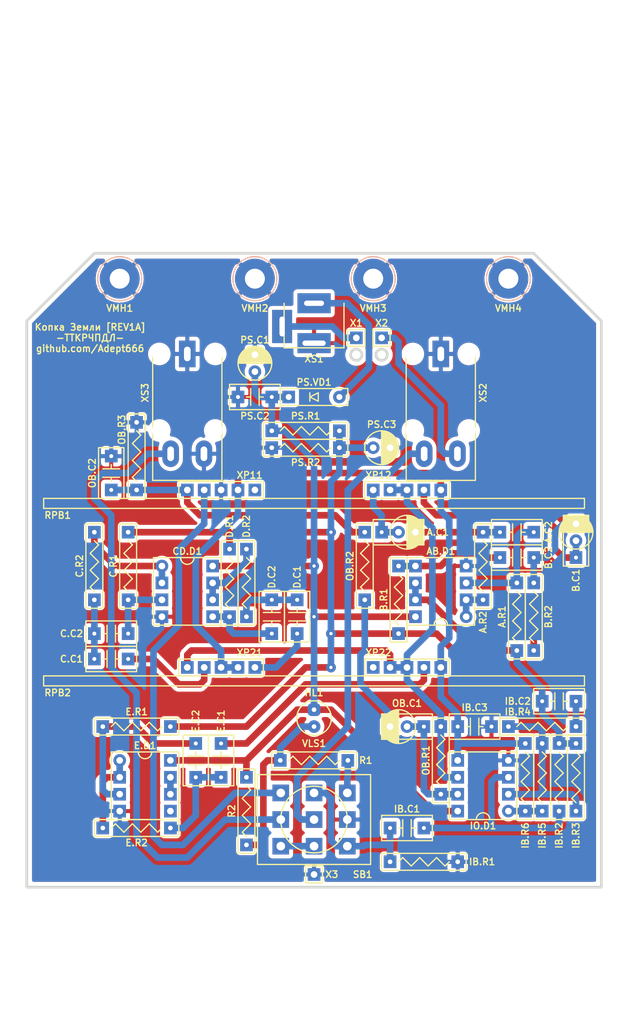
<source format=kicad_pcb>
(kicad_pcb (version 20171130) (host pcbnew 5.1.6-c6e7f7d~87~ubuntu19.10.1)
  (title_block (title "Копка Земли (Standard-Tuned)") (date 2022-01-15) (rev 1A) (company "Igor Ivanov") (comment 1 https://github.com/Adept666) (comment 2 "This project is licensed under GNU General Public License v3.0 or later"))
  (layers (0 F.Cu jumper) (31 B.Cu signal) (37 F.SilkS user) (38 B.Mask user) (39 F.Mask user) (44 Edge.Cuts user))
  (net 0 "")
  (net 1 COM)
  (net 2 "Net-(HL1-PadC)")
  (net 3 /LED)
  (net 4 /PP3-POS)
  (net 5 /PP3-NEG)
  (net 6 VREF)
  (net 7 "Net-(A.C2-Pad2)")
  (net 8 "Net-(IB.C1-Pad2)")
  (net 9 "Net-(IB.C2-Pad2)")
  (net 10 /CUT-RAIL)
  (net 11 "Net-(IB.R3-Pad2)")
  (net 12 "Net-(IB.R5-Pad2)")
  (net 13 /BOOST-RAIL)
  (net 14 "Net-(IO.D1-Pad7)")
  (net 15 "Net-(OB.C2-Pad1)")
  (net 16 "Net-(C.C1-Pad1)")
  (net 17 "Net-(C.C1-Pad2)")
  (net 18 "Net-(C.C2-Pad2)")
  (net 19 "Net-(D.C1-Pad1)")
  (net 20 "Net-(D.C1-Pad2)")
  (net 21 "Net-(E.C1-Pad1)")
  (net 22 "Net-(E.C1-Pad2)")
  (net 23 "Net-(E.C2-Pad2)")
  (net 24 "Net-(E.D1-Pad6)")
  (net 25 "Net-(A.R2-Pad2)")
  (net 26 "Net-(AB.D1-Pad5)")
  (net 27 "Net-(AB.D1-Pad6)")
  (net 28 "Net-(C.R2-Pad2)")
  (net 29 "Net-(CD.D1-Pad5)")
  (net 30 "Net-(CD.D1-Pad6)")
  (net 31 "Net-(E.D1-Pad1)")
  (net 32 "Net-(E.D1-Pad5)")
  (net 33 V)
  (net 34 "Net-(PS.VD1-PadA)")
  (net 35 /IN-CIR)
  (net 36 /IN-CON)
  (net 37 "Net-(SB1-PadNC1)")
  (net 38 /OUT-CIR)
  (net 39 /OUT-CON)
  (net 40 "Net-(A.C1-Pad+)")
  (net 41 "Net-(A.C1-Pad-)")
  (net 42 "Net-(B.C1-Pad+)")
  (net 43 "Net-(B.C1-Pad-)")
  (net 44 "Net-(OB.C1-Pad-)")
  (module SBKCL-TH-ML:RPB-1590BB-18-3x17-1.5-PNL-7.4-2.8 (layer F.Cu) (at 105.41 143.71)
    (fp_text reference RPB2 (at -40.64 15.04) (layer F.SilkS) (effects (font (thickness 0.2)) (justify left)))
    (fp_text value B50K-B50K-B50K)
    (fp_text user XP22 (at 7.62 9.0075) (layer F.SilkS) (effects (font (thickness 0.2)) (justify left)))
    (fp_text user XP21 (at -7.62 9.0075) (layer F.SilkS) (effects (font (thickness 0.2)) (justify right)))
    (pad 22 thru_hole rect (at 8.89 11.23) (size 1.9 1.9) (drill 1) (layers *.Cu *.Mask) (net 19 "Net-(D.C1-Pad1)"))
    (pad 23 thru_hole rect (at 11.43 11.23) (size 1.9 1.9) (drill 1) (layers *.Cu *.Mask) (net 13 /BOOST-RAIL))
    (pad 33 thru_hole rect (at 13.97 11.23) (size 1.9 1.9) (drill 1) (layers *.Cu *.Mask) (net 13 /BOOST-RAIL))
    (pad 32 thru_hole rect (at 16.51 11.23) (size 1.9 1.9) (drill 1) (layers *.Cu *.Mask) (net 21 "Net-(E.C1-Pad1)"))
    (pad 31 thru_hole rect (at 19.05 11.23) (size 1.9 1.9) (drill 1) (layers *.Cu *.Mask) (net 10 /CUT-RAIL))
    (pad 22 thru_hole rect (at -8.89 11.23) (size 1.9 1.9) (drill 1) (layers *.Cu *.Mask) (net 19 "Net-(D.C1-Pad1)"))
    (pad 12 thru_hole rect (at -16.51 11.23) (size 1.9 1.9) (drill 1) (layers *.Cu *.Mask) (net 16 "Net-(C.C1-Pad1)"))
    (pad 11 thru_hole rect (at -13.97 11.23) (size 1.9 1.9) (drill 1) (layers *.Cu *.Mask) (net 10 /CUT-RAIL))
    (pad 13 thru_hole rect (at -19.05 11.23) (size 1.9 1.9) (drill 1) (layers *.Cu *.Mask) (net 13 /BOOST-RAIL))
    (pad 21 thru_hole rect (at -11.43 11.23) (size 1.9 1.9) (drill 1) (layers *.Cu *.Mask) (net 10 /CUT-RAIL))
  )
  (module SBKCL-TH-ML:RPB-1590BB-18-3x17-1.5-PNL-7.4-2.8 (layer F.Cu) (at 105.41 117.04)
    (fp_text reference RPB1 (at -40.64 15.04) (layer F.SilkS) (effects (font (thickness 0.2)) (justify left)))
    (fp_text value B50K-B50K-B50K)
    (fp_text user XP12 (at 7.62 9.0075) (layer F.SilkS) (effects (font (thickness 0.2)) (justify left)))
    (fp_text user XP11 (at -7.62 9.0075) (layer F.SilkS) (effects (font (thickness 0.2)) (justify right)))
    (pad 22 thru_hole rect (at 8.89 11.23) (size 1.9 1.9) (drill 1) (layers *.Cu *.Mask) (net 40 "Net-(A.C1-Pad+)"))
    (pad 23 thru_hole rect (at 11.43 11.23) (size 1.9 1.9) (drill 1) (layers *.Cu *.Mask) (net 13 /BOOST-RAIL))
    (pad 33 thru_hole rect (at 13.97 11.23) (size 1.9 1.9) (drill 1) (layers *.Cu *.Mask) (net 13 /BOOST-RAIL))
    (pad 32 thru_hole rect (at 16.51 11.23) (size 1.9 1.9) (drill 1) (layers *.Cu *.Mask) (net 42 "Net-(B.C1-Pad+)"))
    (pad 31 thru_hole rect (at 19.05 11.23) (size 1.9 1.9) (drill 1) (layers *.Cu *.Mask) (net 10 /CUT-RAIL))
    (pad 22 thru_hole rect (at -8.89 11.23) (size 1.9 1.9) (drill 1) (layers *.Cu *.Mask) (net 40 "Net-(A.C1-Pad+)"))
    (pad 12 thru_hole rect (at -16.51 11.23) (size 1.9 1.9) (drill 1) (layers *.Cu *.Mask) (net 38 /OUT-CIR))
    (pad 11 thru_hole rect (at -13.97 11.23) (size 1.9 1.9) (drill 1) (layers *.Cu *.Mask) (net 1 COM))
    (pad 13 thru_hole rect (at -19.05 11.23) (size 1.9 1.9) (drill 1) (layers *.Cu *.Mask) (net 15 "Net-(OB.C2-Pad1)"))
    (pad 21 thru_hole rect (at -11.43 11.23) (size 1.9 1.9) (drill 1) (layers *.Cu *.Mask) (net 10 /CUT-RAIL))
  )
  (module SBKCL-TH-ML:CON-ST-008X-04 (layer F.Cu) (at 124.46 100.33 180)
    (fp_text reference XS2 (at -6.35 -13.335 270) (layer F.SilkS) (effects (font (thickness 0.2))))
    (fp_text value PJ-309)
    (pad "" np_thru_hole circle (at 4.2 -7.5 180) (size 2.2 2.2) (drill 2.2) (layers *.Cu *.Mask))
    (pad "" np_thru_hole circle (at -4.2 -7.5 180) (size 2.2 2.2) (drill 2.2) (layers *.Cu *.Mask))
    (pad "" np_thru_hole circle (at 4.2 -19 180) (size 2.2 2.2) (drill 2.2) (layers *.Cu *.Mask))
    (pad R thru_hole oval (at -2.5 -22.5 180) (size 2.5 4) (drill oval 1 2.2) (layers *.Cu *.Mask) (net 5 /PP3-NEG))
    (pad T thru_hole oval (at 2.5 -22.5 180) (size 2.5 4) (drill oval 1 2.2) (layers *.Cu *.Mask) (net 36 /IN-CON))
    (pad S thru_hole rect (at 0 -7.5 180) (size 2.5 4) (drill oval 1 2.2) (layers *.Cu *.Mask) (net 1 COM))
    (pad "" np_thru_hole circle (at -4.2 -19 180) (size 2.2 2.2) (drill 2.2) (layers *.Cu *.Mask))
  )
  (module SBKCL-TH-ML:CON-ST-008X-04 (layer F.Cu) (at 86.36 100.33 180)
    (fp_text reference XS3 (at 6.35 -13.335 270) (layer F.SilkS) (effects (font (thickness 0.2))))
    (fp_text value PJ-309)
    (pad "" np_thru_hole circle (at 4.2 -7.5 180) (size 2.2 2.2) (drill 2.2) (layers *.Cu *.Mask))
    (pad "" np_thru_hole circle (at -4.2 -7.5 180) (size 2.2 2.2) (drill 2.2) (layers *.Cu *.Mask))
    (pad "" np_thru_hole circle (at 4.2 -19 180) (size 2.2 2.2) (drill 2.2) (layers *.Cu *.Mask))
    (pad R thru_hole oval (at -2.5 -22.5 180) (size 2.5 4) (drill oval 1 2.2) (layers *.Cu *.Mask) (net 1 COM))
    (pad T thru_hole oval (at 2.5 -22.5 180) (size 2.5 4) (drill oval 1 2.2) (layers *.Cu *.Mask) (net 39 /OUT-CON))
    (pad S thru_hole rect (at 0 -7.5 180) (size 2.5 4) (drill oval 1 2.2) (layers *.Cu *.Mask) (net 1 COM))
    (pad "" np_thru_hole circle (at -4.2 -19 180) (size 2.2 2.2) (drill 2.2) (layers *.Cu *.Mask))
  )
  (module KCL:VMH-STA-DA5-PNL-3.0 (layer F.Cu) (at 134.62 96.52)
    (fp_text reference VMH4 (at 0 4.445) (layer F.SilkS) (effects (font (thickness 0.2))))
    (fp_text value DI5M3x18)
    (pad 0 thru_hole circle (at 0 0) (size 6 6) (drill 3) (layers *.Cu *.Mask) (net 1 COM))
  )
  (module KCL:VMH-STA-DA5-PNL-3.0 (layer F.Cu) (at 114.3 96.52)
    (fp_text reference VMH3 (at 0 4.445) (layer F.SilkS) (effects (font (thickness 0.2))))
    (fp_text value DI5M3x18)
    (pad 0 thru_hole circle (at 0 0) (size 6 6) (drill 3) (layers *.Cu *.Mask) (net 1 COM))
  )
  (module KCL:VMH-STA-DA5-PNL-3.0 (layer F.Cu) (at 96.52 96.52)
    (fp_text reference VMH2 (at 0 4.445) (layer F.SilkS) (effects (font (thickness 0.2))))
    (fp_text value DI5M3x18)
    (pad 0 thru_hole circle (at 0 0) (size 6 6) (drill 3) (layers *.Cu *.Mask) (net 1 COM))
  )
  (module KCL:VMH-STA-DA5-PNL-3.0 (layer F.Cu) (at 76.2 96.52)
    (fp_text reference VMH1 (at 0 4.445) (layer F.SilkS) (effects (font (thickness 0.2))))
    (fp_text value DI5M3x18)
    (pad 0 thru_hole circle (at 0 0) (size 6 6) (drill 3) (layers *.Cu *.Mask) (net 1 COM))
  )
  (module KCL-TH-ML:SW-PBS-24-302SP-2.5-PNL-13.0 (layer F.Cu) (at 105.41 177.8)
    (fp_text reference SB1 (at 8.89 8.255) (layer F.SilkS) (effects (font (thickness 0.2)) (justify right)))
    (fp_text value PBS-24-302SP)
    (pad COM3 thru_hole rect (at 5 0) (size 2.5 2.5) (drill 1.3) (layers *.Cu *.Mask) (net 1 COM))
    (pad NC3 thru_hole rect (at 5 4) (size 2.5 2.5) (drill 1.3) (layers *.Cu *.Mask) (net 35 /IN-CIR))
    (pad NO3 thru_hole rect (at 5 -4) (size 2.5 2.5) (drill 1.3) (layers *.Cu *.Mask) (net 3 /LED))
    (pad COM2 thru_hole rect (at 0 0) (size 2.5 2.5) (drill 1.3) (layers *.Cu *.Mask) (net 36 /IN-CON))
    (pad NC2 thru_hole rect (at 0 4) (size 2.5 2.5) (drill 1.3) (layers *.Cu *.Mask) (net 37 "Net-(SB1-PadNC1)"))
    (pad NO2 thru_hole rect (at 0 -4) (size 2.5 2.5) (drill 1.3) (layers *.Cu *.Mask) (net 35 /IN-CIR))
    (pad NO1 thru_hole rect (at -5 -4) (size 2.5 2.5) (drill 1.3) (layers *.Cu *.Mask) (net 38 /OUT-CIR))
    (pad COM1 thru_hole rect (at -5 0) (size 2.5 2.5) (drill 1.3) (layers *.Cu *.Mask) (net 39 /OUT-CON))
    (pad NC1 thru_hole rect (at -5 4) (size 2.5 2.5) (drill 1.3) (layers *.Cu *.Mask) (net 37 "Net-(SB1-PadNC1)"))
  )
  (module SBKCL-TH-ML:C-DISK-D04.2-T03.0-P05.08-d0.5-OR-CP-RADIAL-D05.0-P02.0-CLS (layer F.Cu) (at 119.38 163.83 180)
    (fp_text reference OB.C1 (at 0 3.4925) (layer F.SilkS) (effects (font (thickness 0.2))))
    (fp_text value 105)
    (pad - thru_hole rect (at 2.54 0 180) (size 1.9 1.9) (drill 1) (layers *.Cu *.Mask) (net 44 "Net-(OB.C1-Pad-)"))
    (pad + thru_hole circle (at 0 0 180) (size 1.9 1.9) (drill 1) (layers *.Cu *.Mask) (net 14 "Net-(IO.D1-Pad7)"))
    (pad + thru_hole rect (at -2.54 0 180) (size 1.9 1.9) (drill 0.6) (layers *.Cu *.Mask) (net 14 "Net-(IO.D1-Pad7)"))
  )
  (module SBKCL-TH-ML:C-DISK-D04.2-T03.0-P05.08-d0.5-OR-CP-RADIAL-D05.0-P02.0-CLS (layer F.Cu) (at 144.78 135.89 90)
    (fp_text reference B.C1 (at -4.1275 0 90) (layer F.SilkS) (effects (font (thickness 0.2)) (justify right)))
    (fp_text value 105)
    (pad - thru_hole rect (at 2.54 0 90) (size 1.9 1.9) (drill 1) (layers *.Cu *.Mask) (net 43 "Net-(B.C1-Pad-)"))
    (pad + thru_hole circle (at 0 0 90) (size 1.9 1.9) (drill 1) (layers *.Cu *.Mask) (net 42 "Net-(B.C1-Pad+)"))
    (pad + thru_hole rect (at -2.54 0 90) (size 1.9 1.9) (drill 0.6) (layers *.Cu *.Mask) (net 42 "Net-(B.C1-Pad+)"))
  )
  (module SBKCL-TH-ML:C-DISK-D04.2-T03.0-P05.08-d0.5-OR-CP-RADIAL-D05.0-P02.0-CLS (layer F.Cu) (at 118.11 134.62)
    (fp_text reference A.C1 (at 4.1275 0) (layer F.SilkS) (effects (font (thickness 0.2)) (justify left)))
    (fp_text value 105)
    (pad + thru_hole rect (at -2.54 0) (size 1.9 1.9) (drill 0.6) (layers *.Cu *.Mask) (net 40 "Net-(A.C1-Pad+)"))
    (pad + thru_hole circle (at 0 0) (size 1.9 1.9) (drill 1) (layers *.Cu *.Mask) (net 40 "Net-(A.C1-Pad+)"))
    (pad - thru_hole rect (at 2.54 0) (size 1.9 1.9) (drill 1) (layers *.Cu *.Mask) (net 41 "Net-(A.C1-Pad-)"))
  )
  (module KCL-TH-ML:R-MFR-25 (layer F.Cu) (at 95.25 176.53 90)
    (fp_text reference R2 (at 0 -2.2225 90) (layer F.SilkS) (effects (font (thickness 0.2))))
    (fp_text value 105)
    (pad 1 thru_hole rect (at -5.08 0 90) (size 1.9 1.9) (drill 0.7) (layers *.Cu *.Mask) (net 2 "Net-(HL1-PadC)"))
    (pad 2 thru_hole rect (at 5.08 0 90) (size 1.9 1.9) (drill 0.7) (layers *.Cu *.Mask) (net 33 V))
  )
  (module KCL-TH-ML:CP-RADIAL-D05.0-P02.0-CLS (layer F.Cu) (at 115.57 121.92)
    (fp_text reference PS.C3 (at 0 -3.4925) (layer F.SilkS) (effects (font (thickness 0.2))))
    (fp_text value 476)
    (pad - thru_hole roundrect (at 1.27 0) (size 1.9 1.9) (drill 1) (layers *.Cu *.Mask) (roundrect_rratio 0.3) (net 1 COM))
    (pad + thru_hole circle (at -1.27 0) (size 1.9 1.9) (drill 1) (layers *.Cu *.Mask) (net 6 VREF))
  )
  (module KCL-TH-ML:CP-RADIAL-D05.0-P02.0-CLS (layer F.Cu) (at 96.52 109.22 90)
    (fp_text reference PS.C1 (at 3.4925 0 180) (layer F.SilkS) (effects (font (thickness 0.2))))
    (fp_text value 107)
    (pad + thru_hole circle (at -1.27 0 90) (size 1.9 1.9) (drill 1) (layers *.Cu *.Mask) (net 33 V))
    (pad - thru_hole roundrect (at 1.27 0 90) (size 1.9 1.9) (drill 1) (layers *.Cu *.Mask) (roundrect_rratio 0.3) (net 1 COM))
  )
  (module KCL-TH-ML:C-DISK-D04.2-T03.0-P05.08-d0.5 (layer F.Cu) (at 96.52 114.3 180)
    (fp_text reference PS.C2 (at 0 -2.8575) (layer F.SilkS) (effects (font (thickness 0.2))))
    (fp_text value 104)
    (pad 1 thru_hole rect (at -2.54 0 180) (size 1.9 1.9) (drill 0.6) (layers *.Cu *.Mask) (net 33 V))
    (pad 2 thru_hole rect (at 2.54 0 180) (size 1.9 1.9) (drill 0.6) (layers *.Cu *.Mask) (net 1 COM))
  )
  (module KCL-TH-ML:C-DISK-D04.2-T03.0-P05.08-d0.5 (layer F.Cu) (at 74.93 125.73 90)
    (fp_text reference OB.C2 (at 0 -2.8575 90) (layer F.SilkS) (effects (font (thickness 0.2))))
    (fp_text value 103)
    (pad 1 thru_hole rect (at -2.54 0 90) (size 1.9 1.9) (drill 0.6) (layers *.Cu *.Mask) (net 15 "Net-(OB.C2-Pad1)"))
    (pad 2 thru_hole rect (at 2.54 0 90) (size 1.9 1.9) (drill 0.6) (layers *.Cu *.Mask) (net 1 COM))
  )
  (module KCL-TH-ML:C-DISK-D04.2-T03.0-P05.08-d0.5 (layer F.Cu) (at 129.54 163.83)
    (fp_text reference IB.C3 (at 0 -2.8575) (layer F.SilkS) (effects (font (thickness 0.2))))
    (fp_text value 151)
    (pad 1 thru_hole rect (at -2.54 0) (size 1.9 1.9) (drill 0.6) (layers *.Cu *.Mask) (net 10 /CUT-RAIL))
    (pad 2 thru_hole rect (at 2.54 0) (size 1.9 1.9) (drill 0.6) (layers *.Cu *.Mask) (net 1 COM))
  )
  (module KCL-TH-ML:C-DISK-D04.2-T03.0-P05.08-d0.5 (layer F.Cu) (at 142.24 160.02)
    (fp_text reference IB.C2 (at -4.1275 0) (layer F.SilkS) (effects (font (thickness 0.2)) (justify right)))
    (fp_text value 103)
    (pad 1 thru_hole rect (at -2.54 0) (size 1.9 1.9) (drill 0.6) (layers *.Cu *.Mask) (net 6 VREF))
    (pad 2 thru_hole rect (at 2.54 0) (size 1.9 1.9) (drill 0.6) (layers *.Cu *.Mask) (net 9 "Net-(IB.C2-Pad2)"))
  )
  (module KCL-TH-ML:C-DISK-D04.2-T03.0-P05.08-d0.5 (layer F.Cu) (at 119.38 179.07)
    (fp_text reference IB.C1 (at 0 -2.8575) (layer F.SilkS) (effects (font (thickness 0.2))))
    (fp_text value 103)
    (pad 1 thru_hole rect (at -2.54 0) (size 1.9 1.9) (drill 0.6) (layers *.Cu *.Mask) (net 35 /IN-CIR))
    (pad 2 thru_hole rect (at 2.54 0) (size 1.9 1.9) (drill 0.6) (layers *.Cu *.Mask) (net 8 "Net-(IB.C1-Pad2)"))
  )
  (module KCL-TH-ML:C-DISK-D04.2-T03.0-P05.08-d0.5 (layer F.Cu) (at 87.63 168.91 90)
    (fp_text reference E.C2 (at 4.1275 0 90) (layer F.SilkS) (effects (font (thickness 0.2)) (justify left)))
    (fp_text value 681)
    (pad 1 thru_hole rect (at -2.54 0 90) (size 1.9 1.9) (drill 0.6) (layers *.Cu *.Mask) (net 22 "Net-(E.C1-Pad2)"))
    (pad 2 thru_hole rect (at 2.54 0 90) (size 1.9 1.9) (drill 0.6) (layers *.Cu *.Mask) (net 23 "Net-(E.C2-Pad2)"))
  )
  (module KCL-TH-ML:C-DISK-D04.2-T03.0-P05.08-d0.5 (layer F.Cu) (at 91.44 168.91 270)
    (fp_text reference E.C1 (at -4.1275 0 90) (layer F.SilkS) (effects (font (thickness 0.2)) (justify left)))
    (fp_text value 223)
    (pad 1 thru_hole rect (at -2.54 0 270) (size 1.9 1.9) (drill 0.6) (layers *.Cu *.Mask) (net 21 "Net-(E.C1-Pad1)"))
    (pad 2 thru_hole rect (at 2.54 0 270) (size 1.9 1.9) (drill 0.6) (layers *.Cu *.Mask) (net 22 "Net-(E.C1-Pad2)"))
  )
  (module KCL-TH-ML:C-DISK-D04.2-T03.0-P05.08-d0.5 (layer F.Cu) (at 99.06 147.32 270)
    (fp_text reference D.C2 (at -4.1275 0 90) (layer F.SilkS) (effects (font (thickness 0.2)) (justify left)))
    (fp_text value 332)
    (pad 1 thru_hole rect (at -2.54 0 270) (size 1.9 1.9) (drill 0.6) (layers *.Cu *.Mask) (net 20 "Net-(D.C1-Pad2)"))
    (pad 2 thru_hole rect (at 2.54 0 270) (size 1.9 1.9) (drill 0.6) (layers *.Cu *.Mask) (net 29 "Net-(CD.D1-Pad5)"))
  )
  (module KCL-TH-ML:C-DISK-D04.2-T03.0-P05.08-d0.5 (layer F.Cu) (at 102.87 147.32 90)
    (fp_text reference D.C1 (at 4.1275 0 90) (layer F.SilkS) (effects (font (thickness 0.2)) (justify left)))
    (fp_text value 333)
    (pad 2 thru_hole rect (at 2.54 0 90) (size 1.9 1.9) (drill 0.6) (layers *.Cu *.Mask) (net 20 "Net-(D.C1-Pad2)"))
    (pad 1 thru_hole rect (at -2.54 0 90) (size 1.9 1.9) (drill 0.6) (layers *.Cu *.Mask) (net 19 "Net-(D.C1-Pad1)"))
  )
  (module KCL-TH-ML:C-DISK-D04.2-T03.0-P05.08-d0.5 (layer F.Cu) (at 74.93 149.86)
    (fp_text reference C.C2 (at -4.1275 0) (layer F.SilkS) (effects (font (thickness 0.2)) (justify right)))
    (fp_text value 472)
    (pad 2 thru_hole rect (at 2.54 0) (size 1.9 1.9) (drill 0.6) (layers *.Cu *.Mask) (net 18 "Net-(C.C2-Pad2)"))
    (pad 1 thru_hole rect (at -2.54 0) (size 1.9 1.9) (drill 0.6) (layers *.Cu *.Mask) (net 17 "Net-(C.C1-Pad2)"))
  )
  (module KCL-TH-ML:C-DISK-D04.2-T03.0-P05.08-d0.5 (layer F.Cu) (at 74.93 153.67 180)
    (fp_text reference C.C1 (at 4.1275 0) (layer F.SilkS) (effects (font (thickness 0.2)) (justify right)))
    (fp_text value 224)
    (pad 2 thru_hole rect (at 2.54 0 180) (size 1.9 1.9) (drill 0.6) (layers *.Cu *.Mask) (net 17 "Net-(C.C1-Pad2)"))
    (pad 1 thru_hole rect (at -2.54 0 180) (size 1.9 1.9) (drill 0.6) (layers *.Cu *.Mask) (net 16 "Net-(C.C1-Pad1)"))
  )
  (module KCL-TH-ML:C-DISK-D04.2-T03.0-P05.08-d0.5 (layer F.Cu) (at 135.89 138.43 180)
    (fp_text reference B.C2 (at -4.7625 0 270) (layer F.SilkS) (effects (font (thickness 0.2))))
    (fp_text value 682)
    (pad 1 thru_hole rect (at -2.54 0 180) (size 1.9 1.9) (drill 0.6) (layers *.Cu *.Mask) (net 43 "Net-(B.C1-Pad-)"))
    (pad 2 thru_hole rect (at 2.54 0 180) (size 1.9 1.9) (drill 0.6) (layers *.Cu *.Mask) (net 26 "Net-(AB.D1-Pad5)"))
  )
  (module KCL-TH-ML:C-DISK-D04.2-T03.0-P05.08-d0.5 (layer F.Cu) (at 135.89 134.62)
    (fp_text reference A.C2 (at 4.7625 0 90) (layer F.SilkS) (effects (font (thickness 0.2))))
    (fp_text value 473)
    (pad 2 thru_hole rect (at 2.54 0) (size 1.9 1.9) (drill 0.6) (layers *.Cu *.Mask) (net 7 "Net-(A.C2-Pad2)"))
    (pad 1 thru_hole rect (at -2.54 0) (size 1.9 1.9) (drill 0.6) (layers *.Cu *.Mask) (net 41 "Net-(A.C1-Pad-)"))
  )
  (module KCL-TH-ML:R-MFR-25 (layer F.Cu) (at 105.41 168.91 180)
    (fp_text reference R1 (at -6.6675 0) (layer F.SilkS) (effects (font (thickness 0.2)) (justify left)))
    (fp_text value 103)
    (pad 1 thru_hole rect (at -5.08 0 180) (size 1.9 1.9) (drill 0.7) (layers *.Cu *.Mask) (net 3 /LED))
    (pad 2 thru_hole rect (at 5.08 0 180) (size 1.9 1.9) (drill 0.7) (layers *.Cu *.Mask) (net 2 "Net-(HL1-PadC)"))
  )
  (module KCL-TH-ML:R-MFR-25 (layer F.Cu) (at 104.14 121.92)
    (fp_text reference PS.R2 (at 0 2.2225) (layer F.SilkS) (effects (font (thickness 0.2))))
    (fp_text value 473)
    (pad 1 thru_hole rect (at -5.08 0) (size 1.9 1.9) (drill 0.7) (layers *.Cu *.Mask) (net 1 COM))
    (pad 2 thru_hole rect (at 5.08 0) (size 1.9 1.9) (drill 0.7) (layers *.Cu *.Mask) (net 6 VREF))
  )
  (module KCL-TH-ML:R-MFR-25 (layer F.Cu) (at 104.14 119.38 180)
    (fp_text reference PS.R1 (at 0 2.2225) (layer F.SilkS) (effects (font (thickness 0.2))))
    (fp_text value 473)
    (pad 1 thru_hole rect (at -5.08 0 180) (size 1.9 1.9) (drill 0.7) (layers *.Cu *.Mask) (net 6 VREF))
    (pad 2 thru_hole rect (at 5.08 0 180) (size 1.9 1.9) (drill 0.7) (layers *.Cu *.Mask) (net 33 V))
  )
  (module KCL-TH-ML:R-MFR-25 (layer F.Cu) (at 78.74 123.19 270)
    (fp_text reference OB.R3 (at -6.35 2.2225 90) (layer F.SilkS) (effects (font (thickness 0.2)) (justify right)))
    (fp_text value 103)
    (pad 1 thru_hole rect (at -5.08 0 270) (size 1.9 1.9) (drill 0.7) (layers *.Cu *.Mask) (net 1 COM))
    (pad 2 thru_hole rect (at 5.08 0 270) (size 1.9 1.9) (drill 0.7) (layers *.Cu *.Mask) (net 15 "Net-(OB.C2-Pad1)"))
  )
  (module KCL-TH-ML:R-MFR-25 (layer F.Cu) (at 113.03 139.7 90)
    (fp_text reference OB.R2 (at 0 -2.2225 90) (layer F.SilkS) (effects (font (thickness 0.2))))
    (fp_text value 103)
    (pad 2 thru_hole rect (at 5.08 0 90) (size 1.9 1.9) (drill 0.7) (layers *.Cu *.Mask) (net 15 "Net-(OB.C2-Pad1)"))
    (pad 1 thru_hole rect (at -5.08 0 90) (size 1.9 1.9) (drill 0.7) (layers *.Cu *.Mask) (net 44 "Net-(OB.C1-Pad-)"))
  )
  (module KCL-TH-ML:R-MFR-25 (layer F.Cu) (at 124.46 168.91 270)
    (fp_text reference OB.R1 (at 0 2.2225 90) (layer F.SilkS) (effects (font (thickness 0.2))))
    (fp_text value 103)
    (pad 2 thru_hole rect (at 5.08 0 270) (size 1.9 1.9) (drill 0.7) (layers *.Cu *.Mask) (net 14 "Net-(IO.D1-Pad7)"))
    (pad 1 thru_hole rect (at -5.08 0 270) (size 1.9 1.9) (drill 0.7) (layers *.Cu *.Mask) (net 13 /BOOST-RAIL))
  )
  (module KCL-TH-ML:R-MFR-25 (layer F.Cu) (at 137.16 171.45 90)
    (fp_text reference IB.R6 (at -6.6675 0 90) (layer F.SilkS) (effects (font (thickness 0.2)) (justify right)))
    (fp_text value 103)
    (pad 1 thru_hole rect (at -5.08 0 90) (size 1.9 1.9) (drill 0.7) (layers *.Cu *.Mask) (net 12 "Net-(IB.R5-Pad2)"))
    (pad 2 thru_hole rect (at 5.08 0 90) (size 1.9 1.9) (drill 0.7) (layers *.Cu *.Mask) (net 10 /CUT-RAIL))
  )
  (module KCL-TH-ML:R-MFR-25 (layer F.Cu) (at 139.7 171.45 270)
    (fp_text reference IB.R5 (at 6.6675 0 90) (layer F.SilkS) (effects (font (thickness 0.2)) (justify right)))
    (fp_text value 103)
    (pad 1 thru_hole rect (at -5.08 0 270) (size 1.9 1.9) (drill 0.7) (layers *.Cu *.Mask) (net 11 "Net-(IB.R3-Pad2)"))
    (pad 2 thru_hole rect (at 5.08 0 270) (size 1.9 1.9) (drill 0.7) (layers *.Cu *.Mask) (net 12 "Net-(IB.R5-Pad2)"))
  )
  (module KCL-TH-ML:R-MFR-25 (layer F.Cu) (at 139.7 163.83 180)
    (fp_text reference IB.R4 (at 1.5875 2.2225) (layer F.SilkS) (effects (font (thickness 0.2)) (justify right)))
    (fp_text value 102)
    (pad 1 thru_hole rect (at -5.08 0 180) (size 1.9 1.9) (drill 0.7) (layers *.Cu *.Mask) (net 9 "Net-(IB.C2-Pad2)"))
    (pad 2 thru_hole rect (at 5.08 0 180) (size 1.9 1.9) (drill 0.7) (layers *.Cu *.Mask) (net 11 "Net-(IB.R3-Pad2)"))
  )
  (module KCL-TH-ML:R-MFR-25 (layer F.Cu) (at 144.78 171.45 270)
    (fp_text reference IB.R3 (at 6.6675 0 90) (layer F.SilkS) (effects (font (thickness 0.2)) (justify right)))
    (fp_text value 103)
    (pad 1 thru_hole rect (at -5.08 0 270) (size 1.9 1.9) (drill 0.7) (layers *.Cu *.Mask) (net 6 VREF))
    (pad 2 thru_hole rect (at 5.08 0 270) (size 1.9 1.9) (drill 0.7) (layers *.Cu *.Mask) (net 11 "Net-(IB.R3-Pad2)"))
  )
  (module KCL-TH-ML:R-MFR-25 (layer F.Cu) (at 142.24 171.45 270)
    (fp_text reference IB.R2 (at 6.6675 0 90) (layer F.SilkS) (effects (font (thickness 0.2)) (justify right)))
    (fp_text value 474)
    (pad 1 thru_hole rect (at -5.08 0 270) (size 1.9 1.9) (drill 0.7) (layers *.Cu *.Mask) (net 6 VREF))
    (pad 2 thru_hole rect (at 5.08 0 270) (size 1.9 1.9) (drill 0.7) (layers *.Cu *.Mask) (net 8 "Net-(IB.C1-Pad2)"))
  )
  (module KCL-TH-ML:R-MFR-25 (layer F.Cu) (at 121.92 184.15 180)
    (fp_text reference IB.R1 (at -6.6675 0) (layer F.SilkS) (effects (font (thickness 0.2)) (justify left)))
    (fp_text value 225)
    (pad 1 thru_hole rect (at -5.08 0 180) (size 1.9 1.9) (drill 0.7) (layers *.Cu *.Mask) (net 1 COM))
    (pad 2 thru_hole rect (at 5.08 0 180) (size 1.9 1.9) (drill 0.7) (layers *.Cu *.Mask) (net 35 /IN-CIR))
  )
  (module KCL-TH-ML:R-MFR-25 (layer F.Cu) (at 78.74 179.07 180)
    (fp_text reference E.R2 (at 0 -2.2225) (layer F.SilkS) (effects (font (thickness 0.2))))
    (fp_text value 511)
    (pad 2 thru_hole rect (at 5.08 0 180) (size 1.9 1.9) (drill 0.7) (layers *.Cu *.Mask) (net 31 "Net-(E.D1-Pad1)"))
    (pad 1 thru_hole rect (at -5.08 0 180) (size 1.9 1.9) (drill 0.7) (layers *.Cu *.Mask) (net 22 "Net-(E.C1-Pad2)"))
  )
  (module KCL-TH-ML:R-MFR-25 (layer F.Cu) (at 78.74 163.83 180)
    (fp_text reference E.R1 (at 0 2.2225) (layer F.SilkS) (effects (font (thickness 0.2))))
    (fp_text value 124)
    (pad 2 thru_hole rect (at 5.08 0 180) (size 1.9 1.9) (drill 0.7) (layers *.Cu *.Mask) (net 23 "Net-(E.C2-Pad2)"))
    (pad 1 thru_hole rect (at -5.08 0 180) (size 1.9 1.9) (drill 0.7) (layers *.Cu *.Mask) (net 6 VREF))
  )
  (module KCL-TH-ML:R-MFR-25 (layer F.Cu) (at 95.25 142.24 90)
    (fp_text reference D.R2 (at 6.6675 0 90) (layer F.SilkS) (effects (font (thickness 0.2)) (justify left)))
    (fp_text value 821)
    (pad 2 thru_hole rect (at 5.08 0 90) (size 1.9 1.9) (drill 0.7) (layers *.Cu *.Mask) (net 30 "Net-(CD.D1-Pad6)"))
    (pad 1 thru_hole rect (at -5.08 0 90) (size 1.9 1.9) (drill 0.7) (layers *.Cu *.Mask) (net 20 "Net-(D.C1-Pad2)"))
  )
  (module KCL-TH-ML:R-MFR-25 (layer F.Cu) (at 92.71 142.24 270)
    (fp_text reference D.R1 (at -6.6675 0 90) (layer F.SilkS) (effects (font (thickness 0.2)) (justify left)))
    (fp_text value 104)
    (pad 1 thru_hole rect (at -5.08 0 270) (size 1.9 1.9) (drill 0.7) (layers *.Cu *.Mask) (net 6 VREF))
    (pad 2 thru_hole rect (at 5.08 0 270) (size 1.9 1.9) (drill 0.7) (layers *.Cu *.Mask) (net 29 "Net-(CD.D1-Pad5)"))
  )
  (module KCL-TH-ML:R-MFR-25 (layer F.Cu) (at 72.39 139.7 90)
    (fp_text reference C.R2 (at 0 -2.2225 90) (layer F.SilkS) (effects (font (thickness 0.2))))
    (fp_text value 511)
    (pad 2 thru_hole rect (at 5.08 0 90) (size 1.9 1.9) (drill 0.7) (layers *.Cu *.Mask) (net 28 "Net-(C.R2-Pad2)"))
    (pad 1 thru_hole rect (at -5.08 0 90) (size 1.9 1.9) (drill 0.7) (layers *.Cu *.Mask) (net 17 "Net-(C.C1-Pad2)"))
  )
  (module KCL-TH-ML:R-MFR-25 (layer F.Cu) (at 77.47 139.7 270)
    (fp_text reference C.R1 (at 0 2.2225 90) (layer F.SilkS) (effects (font (thickness 0.2))))
    (fp_text value 124)
    (pad 2 thru_hole rect (at 5.08 0 270) (size 1.9 1.9) (drill 0.7) (layers *.Cu *.Mask) (net 18 "Net-(C.C2-Pad2)"))
    (pad 1 thru_hole rect (at -5.08 0 270) (size 1.9 1.9) (drill 0.7) (layers *.Cu *.Mask) (net 6 VREF))
  )
  (module KCL-TH-ML:R-MFR-25 (layer F.Cu) (at 138.43 147.32 270)
    (fp_text reference B.R2 (at 0 -2.2225 90) (layer F.SilkS) (effects (font (thickness 0.2))))
    (fp_text value 471)
    (pad 2 thru_hole rect (at 5.08 0 270) (size 1.9 1.9) (drill 0.7) (layers *.Cu *.Mask) (net 27 "Net-(AB.D1-Pad6)"))
    (pad 1 thru_hole rect (at -5.08 0 270) (size 1.9 1.9) (drill 0.7) (layers *.Cu *.Mask) (net 43 "Net-(B.C1-Pad-)"))
  )
  (module KCL-TH-ML:R-MFR-25 (layer F.Cu) (at 118.11 144.78 90)
    (fp_text reference B.R1 (at 0 -2.2225 90) (layer F.SilkS) (effects (font (thickness 0.2))))
    (fp_text value 124)
    (pad 2 thru_hole rect (at 5.08 0 90) (size 1.9 1.9) (drill 0.7) (layers *.Cu *.Mask) (net 26 "Net-(AB.D1-Pad5)"))
    (pad 1 thru_hole rect (at -5.08 0 90) (size 1.9 1.9) (drill 0.7) (layers *.Cu *.Mask) (net 6 VREF))
  )
  (module KCL-TH-ML:R-MFR-25 (layer F.Cu) (at 130.81 139.7 270)
    (fp_text reference A.R2 (at 6.6675 0 90) (layer F.SilkS) (effects (font (thickness 0.2)) (justify right)))
    (fp_text value 471)
    (pad 2 thru_hole rect (at 5.08 0 270) (size 1.9 1.9) (drill 0.7) (layers *.Cu *.Mask) (net 25 "Net-(A.R2-Pad2)"))
    (pad 1 thru_hole rect (at -5.08 0 270) (size 1.9 1.9) (drill 0.7) (layers *.Cu *.Mask) (net 41 "Net-(A.C1-Pad-)"))
  )
  (module KCL-TH-ML:R-MFR-25 (layer F.Cu) (at 135.89 147.32 90)
    (fp_text reference A.R1 (at 0 -2.2225 90) (layer F.SilkS) (effects (font (thickness 0.2))))
    (fp_text value 104)
    (pad 2 thru_hole rect (at 5.08 0 90) (size 1.9 1.9) (drill 0.7) (layers *.Cu *.Mask) (net 7 "Net-(A.C2-Pad2)"))
    (pad 1 thru_hole rect (at -5.08 0 90) (size 1.9 1.9) (drill 0.7) (layers *.Cu *.Mask) (net 6 VREF))
  )
  (module KCL-TH-ML:CON-DC-005 (layer F.Cu) (at 105.41 92.71 180)
    (fp_text reference XS1 (at 0 -15.875) (layer F.SilkS) (effects (font (thickness 0.2))))
    (fp_text value DC-005)
    (pad C thru_hole rect (at 0 -13.5 180) (size 5 3) (drill oval 3.5 0.8) (layers *.Cu *.Mask) (net 1 COM))
    (pad SN thru_hole rect (at 4.8 -11 180) (size 3 5) (drill oval 0.8 3) (layers *.Cu *.Mask) (net 4 /PP3-POS))
    (pad S thru_hole rect (at 0 -7.5 180) (size 5 3) (drill oval 3 0.8) (layers *.Cu *.Mask) (net 34 "Net-(PS.VD1-PadA)"))
  )
  (module KCL-TH-ML:CON-PAD-S-1.0-1.9 (layer F.Cu) (at 115.57 105.41)
    (fp_text reference X2 (at 0 -2.2225) (layer F.SilkS) (effects (font (thickness 0.2))))
    (fp_text value -)
    (pad 1 thru_hole rect (at 0 0) (size 1.9 1.9) (drill 1) (layers *.Cu *.Mask) (net 5 /PP3-NEG))
  )
  (module KCL-TH-ML:CON-PAD-S-1.0-1.9 (layer F.Cu) (at 111.76 105.41)
    (fp_text reference X1 (at 0 -2.2225) (layer F.SilkS) (effects (font (thickness 0.2))))
    (fp_text value +)
    (pad 1 thru_hole rect (at 0 0) (size 1.9 1.9) (drill 1) (layers *.Cu *.Mask) (net 4 /PP3-POS))
  )
  (module KCL-TH-ML:CON-PAD-S-1.0-1.9 (layer F.Cu) (at 105.41 186.055)
    (fp_text reference X3 (at 1.5875 0) (layer F.SilkS) (effects (font (thickness 0.2)) (justify left)))
    (fp_text value COM)
    (pad 1 thru_hole rect (at 0 0) (size 1.9 1.9) (drill 1) (layers *.Cu *.Mask) (net 1 COM))
  )
  (module KCL-TH-ML:LED-ROUND-05.0-UNI-SH-SPACER-PNL-5.3 (layer F.Cu) (at 105.41 162.56 90)
    (fp_text reference HL1 (at 3.81 0 180) (layer F.SilkS) (effects (font (thickness 0.2))))
    (fp_text value FYL-5013UWC)
    (pad C thru_hole circle (at -1.27 0 90) (size 1.9 1.9) (drill 0.7) (layers *.Cu *.Mask) (net 2 "Net-(HL1-PadC)"))
    (pad A thru_hole roundrect (at 1.27 0 90) (size 1.9 1.9) (drill 0.7) (layers *.Cu *.Mask) (roundrect_rratio 0.3) (net 33 V))
  )
  (module KCL-TH-ML:P-DIP-08 (layer F.Cu) (at 130.81 172.72 180)
    (fp_text reference IO.D1 (at 0 -6.0325) (layer F.SilkS) (effects (font (thickness 0.2))))
    (fp_text value 4558)
    (pad 8 thru_hole rect (at 3.81 -3.81 180) (size 1.9 1.9) (drill 1) (layers *.Cu *.Mask) (net 33 V))
    (pad 7 thru_hole rect (at 3.81 -1.27 180) (size 1.9 1.9) (drill 1) (layers *.Cu *.Mask) (net 14 "Net-(IO.D1-Pad7)"))
    (pad 6 thru_hole rect (at 3.81 1.27 180) (size 1.9 1.9) (drill 1) (layers *.Cu *.Mask) (net 13 /BOOST-RAIL))
    (pad 5 thru_hole rect (at 3.81 3.81 180) (size 1.9 1.9) (drill 1) (layers *.Cu *.Mask) (net 10 /CUT-RAIL))
    (pad 4 thru_hole rect (at -3.81 3.81 180) (size 1.9 1.9) (drill 1) (layers *.Cu *.Mask) (net 1 COM))
    (pad 3 thru_hole rect (at -3.81 1.27 180) (size 1.9 1.9) (drill 1) (layers *.Cu *.Mask) (net 8 "Net-(IB.C1-Pad2)"))
    (pad 2 thru_hole rect (at -3.81 -1.27 180) (size 1.9 1.9) (drill 1) (layers *.Cu *.Mask) (net 11 "Net-(IB.R3-Pad2)"))
    (pad 1 thru_hole circle (at -3.81 -3.81 180) (size 1.9 1.9) (drill 1) (layers *.Cu *.Mask) (net 12 "Net-(IB.R5-Pad2)"))
  )
  (module KCL-TH-ML:P-DIP-08 (layer F.Cu) (at 80.01 172.72)
    (fp_text reference E.D1 (at 0 -6.0325) (layer F.SilkS) (effects (font (thickness 0.2))))
    (fp_text value 4558)
    (pad 8 thru_hole rect (at 3.81 -3.81) (size 1.9 1.9) (drill 1) (layers *.Cu *.Mask) (net 33 V))
    (pad 7 thru_hole rect (at 3.81 -1.27) (size 1.9 1.9) (drill 1) (layers *.Cu *.Mask) (net 24 "Net-(E.D1-Pad6)"))
    (pad 6 thru_hole rect (at 3.81 1.27) (size 1.9 1.9) (drill 1) (layers *.Cu *.Mask) (net 24 "Net-(E.D1-Pad6)"))
    (pad 5 thru_hole rect (at 3.81 3.81) (size 1.9 1.9) (drill 1) (layers *.Cu *.Mask) (net 32 "Net-(E.D1-Pad5)"))
    (pad 4 thru_hole rect (at -3.81 3.81) (size 1.9 1.9) (drill 1) (layers *.Cu *.Mask) (net 1 COM))
    (pad 3 thru_hole rect (at -3.81 1.27) (size 1.9 1.9) (drill 1) (layers *.Cu *.Mask) (net 23 "Net-(E.C2-Pad2)"))
    (pad 2 thru_hole rect (at -3.81 -1.27) (size 1.9 1.9) (drill 1) (layers *.Cu *.Mask) (net 31 "Net-(E.D1-Pad1)"))
    (pad 1 thru_hole circle (at -3.81 -3.81) (size 1.9 1.9) (drill 1) (layers *.Cu *.Mask) (net 31 "Net-(E.D1-Pad1)"))
  )
  (module KCL-TH-ML:P-DIP-08 (layer F.Cu) (at 86.36 143.51)
    (fp_text reference CD.D1 (at 0 -6.0325) (layer F.SilkS) (effects (font (thickness 0.2))))
    (fp_text value 4558)
    (pad 8 thru_hole rect (at 3.81 -3.81) (size 1.9 1.9) (drill 1) (layers *.Cu *.Mask) (net 33 V))
    (pad 7 thru_hole rect (at 3.81 -1.27) (size 1.9 1.9) (drill 1) (layers *.Cu *.Mask) (net 30 "Net-(CD.D1-Pad6)"))
    (pad 6 thru_hole rect (at 3.81 1.27) (size 1.9 1.9) (drill 1) (layers *.Cu *.Mask) (net 30 "Net-(CD.D1-Pad6)"))
    (pad 5 thru_hole rect (at 3.81 3.81) (size 1.9 1.9) (drill 1) (layers *.Cu *.Mask) (net 29 "Net-(CD.D1-Pad5)"))
    (pad 4 thru_hole rect (at -3.81 3.81) (size 1.9 1.9) (drill 1) (layers *.Cu *.Mask) (net 1 COM))
    (pad 3 thru_hole rect (at -3.81 1.27) (size 1.9 1.9) (drill 1) (layers *.Cu *.Mask) (net 18 "Net-(C.C2-Pad2)"))
    (pad 2 thru_hole rect (at -3.81 -1.27) (size 1.9 1.9) (drill 1) (layers *.Cu *.Mask) (net 28 "Net-(C.R2-Pad2)"))
    (pad 1 thru_hole circle (at -3.81 -3.81) (size 1.9 1.9) (drill 1) (layers *.Cu *.Mask) (net 28 "Net-(C.R2-Pad2)"))
  )
  (module KCL-TH-ML:P-DIP-08 (layer F.Cu) (at 124.46 143.51 180)
    (fp_text reference AB.D1 (at 0 6.0325) (layer F.SilkS) (effects (font (thickness 0.2))))
    (fp_text value 4558)
    (pad 8 thru_hole rect (at 3.81 -3.81 180) (size 1.9 1.9) (drill 1) (layers *.Cu *.Mask) (net 33 V))
    (pad 7 thru_hole rect (at 3.81 -1.27 180) (size 1.9 1.9) (drill 1) (layers *.Cu *.Mask) (net 27 "Net-(AB.D1-Pad6)"))
    (pad 6 thru_hole rect (at 3.81 1.27 180) (size 1.9 1.9) (drill 1) (layers *.Cu *.Mask) (net 27 "Net-(AB.D1-Pad6)"))
    (pad 5 thru_hole rect (at 3.81 3.81 180) (size 1.9 1.9) (drill 1) (layers *.Cu *.Mask) (net 26 "Net-(AB.D1-Pad5)"))
    (pad 4 thru_hole rect (at -3.81 3.81 180) (size 1.9 1.9) (drill 1) (layers *.Cu *.Mask) (net 1 COM))
    (pad 3 thru_hole rect (at -3.81 1.27 180) (size 1.9 1.9) (drill 1) (layers *.Cu *.Mask) (net 7 "Net-(A.C2-Pad2)"))
    (pad 2 thru_hole rect (at -3.81 -1.27 180) (size 1.9 1.9) (drill 1) (layers *.Cu *.Mask) (net 25 "Net-(A.R2-Pad2)"))
    (pad 1 thru_hole circle (at -3.81 -3.81 180) (size 1.9 1.9) (drill 1) (layers *.Cu *.Mask) (net 25 "Net-(A.R2-Pad2)"))
  )
  (module KCL-TH-ML:P-DO-41 (layer F.Cu) (at 105.41 114.3 180)
    (fp_text reference PS.VD1 (at 0 2.2225) (layer F.SilkS) (effects (font (thickness 0.2))))
    (fp_text value 5817)
    (pad A thru_hole circle (at -3.81 0 180) (size 1.9 1.9) (drill 0.9) (layers *.Cu *.Mask) (net 34 "Net-(PS.VD1-PadA)"))
    (pad C thru_hole rect (at 3.81 0 180) (size 1.9 1.9) (drill 0.9) (layers *.Cu *.Mask) (net 33 V))
  )
  (module SBEL:1590BB_B1 (layer F.Cu) (at 105.41 148.59)
    (fp_text reference VE1 hide)
    (fp_text value 1590BB hide)
  )
  (module KCL:VLS-BR (layer F.Cu) (at 105.41 162.56)
    (fp_text reference VLS1 (at 0 3.81) (layer F.SilkS) (effects (font (thickness 0.2))))
    (fp_text value BR-12.7)
  )
  (module KCL:B-PP3-HV (layer F.Cu) (at 105.41 196.85)
    (fp_text reference GB1 hide)
    (fp_text value PP3 hide)
  )
  (gr_line (start 138.43 92.71) (end 148.59 102.87) (layer Edge.Cuts) (width 0.4))
  (gr_line (start 62.23 102.87) (end 72.39 92.71) (layer Edge.Cuts) (width 0.4))
  (gr_line (start 148.59 102.87) (end 148.59 187.96) (layer Edge.Cuts) (width 0.4))
  (gr_line (start 62.23 102.87) (end 62.23 187.96) (layer Edge.Cuts) (width 0.4))
  (gr_circle (center 115.57 107.95) (end 116.42 107.95) (layer Edge.Cuts) (width 0.4))
  (gr_circle (center 111.76 107.95) (end 112.61 107.95) (layer Edge.Cuts) (width 0.4))
  (gr_text "Копка Земли [REV1A]\n-ТТКРЧПДЛ-\ngithub.com/Adept666" (at 71.755 105.41) (layer F.SilkS) (effects (font (size 1 1) (thickness 0.2))))
  (gr_line (start 62.23 187.96) (end 148.59 187.96) (layer Edge.Cuts) (width 0.4))
  (gr_line (start 72.39 92.71) (end 138.43 92.71) (layer Edge.Cuts) (width 0.4))
  (segment (start 103.505 163.83) (end 105.41 163.83) (width 1) (layer B.Cu) (net 2))
  (segment (start 100.33 167.005) (end 103.505 163.83) (width 1) (layer B.Cu) (net 2))
  (segment (start 100.33 168.91) (end 100.33 167.005) (width 1) (layer B.Cu) (net 2))
  (segment (start 98.425 168.91) (end 100.33 168.91) (width 1) (layer F.Cu) (net 2))
  (segment (start 97.79 169.545) (end 98.425 168.91) (width 1) (layer F.Cu) (net 2))
  (segment (start 97.79 180.975) (end 97.79 169.545) (width 1) (layer F.Cu) (net 2))
  (segment (start 97.155 181.61) (end 97.79 180.975) (width 1) (layer F.Cu) (net 2))
  (segment (start 95.25 181.61) (end 97.155 181.61) (width 1) (layer F.Cu) (net 2))
  (segment (start 110.41 173.8) (end 110.41 171.53) (width 1) (layer B.Cu) (net 3))
  (segment (start 110.41 171.53) (end 110.49 171.45) (width 1) (layer B.Cu) (net 3))
  (segment (start 110.49 171.45) (end 110.49 168.91) (width 1) (layer B.Cu) (net 3))
  (segment (start 109.855 105.41) (end 111.76 105.41) (width 1) (layer B.Cu) (net 4))
  (segment (start 108.155 103.71) (end 109.855 105.41) (width 1) (layer B.Cu) (net 4))
  (segment (start 100.61 103.71) (end 108.155 103.71) (width 1) (layer B.Cu) (net 4))
  (segment (start 124.46 122.195) (end 125.095 122.83) (width 1) (layer B.Cu) (net 5))
  (segment (start 124.46 115.57) (end 124.46 122.195) (width 1) (layer B.Cu) (net 5))
  (segment (start 118.11 109.22) (end 124.46 115.57) (width 1) (layer B.Cu) (net 5))
  (segment (start 118.11 106.045) (end 118.11 109.22) (width 1) (layer B.Cu) (net 5))
  (segment (start 117.475 105.41) (end 118.11 106.045) (width 1) (layer B.Cu) (net 5))
  (segment (start 125.095 122.83) (end 126.96 122.83) (width 1) (layer B.Cu) (net 5))
  (segment (start 115.57 105.41) (end 117.475 105.41) (width 1) (layer B.Cu) (net 5))
  (via (at 107.95 134.62) (size 1.5) (drill 0.5) (layers F.Cu B.Cu) (net 6))
  (via (at 107.95 149.86) (size 1.5) (drill 0.5) (layers F.Cu B.Cu) (net 6))
  (via (at 107.95 154.94) (size 1.5) (drill 0.5) (layers F.Cu B.Cu) (net 6))
  (segment (start 142.24 166.37) (end 144.78 166.37) (width 1) (layer B.Cu) (net 6))
  (segment (start 92.71 137.16) (end 92.71 134.62) (width 1) (layer F.Cu) (net 6))
  (segment (start 92.71 134.62) (end 107.95 134.62) (width 1) (layer F.Cu) (net 6))
  (segment (start 77.47 134.62) (end 92.71 134.62) (width 1) (layer F.Cu) (net 6))
  (segment (start 139.7 161.925) (end 142.24 164.465) (width 1) (layer B.Cu) (net 6))
  (segment (start 142.24 164.465) (end 142.24 166.37) (width 1) (layer B.Cu) (net 6))
  (segment (start 139.7 160.02) (end 139.7 161.925) (width 1) (layer B.Cu) (net 6))
  (segment (start 118.11 149.86) (end 107.95 149.86) (width 1) (layer F.Cu) (net 6))
  (segment (start 135.89 154.305) (end 139.7 158.115) (width 1) (layer B.Cu) (net 6))
  (segment (start 139.7 158.115) (end 139.7 160.02) (width 1) (layer B.Cu) (net 6))
  (segment (start 135.89 152.4) (end 135.89 154.305) (width 1) (layer B.Cu) (net 6))
  (segment (start 126.365 152.4) (end 135.89 152.4) (width 1) (layer F.Cu) (net 6))
  (segment (start 123.825 149.86) (end 126.365 152.4) (width 1) (layer F.Cu) (net 6))
  (segment (start 118.11 149.86) (end 123.825 149.86) (width 1) (layer F.Cu) (net 6))
  (segment (start 109.22 121.92) (end 114.3 121.92) (width 1) (layer B.Cu) (net 6))
  (segment (start 109.22 119.38) (end 109.22 121.92) (width 1) (layer B.Cu) (net 6))
  (segment (start 109.22 125.73) (end 107.95 127) (width 1) (layer B.Cu) (net 6))
  (segment (start 109.22 121.92) (end 109.22 125.73) (width 1) (layer B.Cu) (net 6))
  (segment (start 107.95 127) (end 107.95 134.62) (width 1) (layer B.Cu) (net 6))
  (segment (start 107.95 134.62) (end 107.95 149.86) (width 1) (layer B.Cu) (net 6))
  (segment (start 107.95 149.86) (end 107.95 154.94) (width 1) (layer B.Cu) (net 6))
  (segment (start 104.14 154.94) (end 107.95 154.94) (width 1) (layer F.Cu) (net 6))
  (segment (start 95.25 163.83) (end 104.14 154.94) (width 1) (layer F.Cu) (net 6))
  (segment (start 83.82 163.83) (end 95.25 163.83) (width 1) (layer F.Cu) (net 6))
  (segment (start 128.27 142.24) (end 135.89 142.24) (width 1) (layer B.Cu) (net 7))
  (segment (start 136.525 134.62) (end 138.43 134.62) (width 1) (layer B.Cu) (net 7))
  (segment (start 135.89 135.255) (end 136.525 134.62) (width 1) (layer B.Cu) (net 7))
  (segment (start 135.89 142.24) (end 135.89 135.255) (width 1) (layer B.Cu) (net 7))
  (segment (start 121.92 179.07) (end 132.08 179.07) (width 1) (layer B.Cu) (net 8))
  (segment (start 142.24 178.435) (end 142.24 176.53) (width 1) (layer B.Cu) (net 8))
  (segment (start 141.605 179.07) (end 142.24 178.435) (width 1) (layer B.Cu) (net 8))
  (segment (start 132.08 179.07) (end 141.605 179.07) (width 1) (layer B.Cu) (net 8))
  (segment (start 132.715 171.45) (end 134.62 171.45) (width 1) (layer B.Cu) (net 8))
  (segment (start 132.08 172.085) (end 132.715 171.45) (width 1) (layer B.Cu) (net 8))
  (segment (start 132.08 179.07) (end 132.08 172.085) (width 1) (layer B.Cu) (net 8))
  (segment (start 144.78 160.02) (end 144.78 163.83) (width 1) (layer B.Cu) (net 9))
  (segment (start 91.44 154.94) (end 93.98 154.94) (width 1) (layer B.Cu) (net 10))
  (segment (start 137.16 166.37) (end 127 166.37) (width 1) (layer B.Cu) (net 10))
  (segment (start 127 166.37) (end 127 168.91) (width 1) (layer B.Cu) (net 10))
  (segment (start 93.98 132.08) (end 93.98 128.27) (width 1) (layer B.Cu) (net 10))
  (segment (start 87.63 138.43) (end 93.98 132.08) (width 1) (layer B.Cu) (net 10))
  (segment (start 87.63 148.59) (end 87.63 138.43) (width 1) (layer B.Cu) (net 10))
  (segment (start 91.44 152.4) (end 87.63 148.59) (width 1) (layer B.Cu) (net 10))
  (segment (start 91.44 154.94) (end 91.44 152.4) (width 1) (layer B.Cu) (net 10))
  (segment (start 124.46 126.365) (end 124.46 128.27) (width 1) (layer F.Cu) (net 10))
  (segment (start 123.825 125.73) (end 124.46 126.365) (width 1) (layer F.Cu) (net 10))
  (segment (start 94.615 125.73) (end 123.825 125.73) (width 1) (layer F.Cu) (net 10))
  (segment (start 93.98 126.365) (end 94.615 125.73) (width 1) (layer F.Cu) (net 10))
  (segment (start 93.98 128.27) (end 93.98 126.365) (width 1) (layer F.Cu) (net 10))
  (segment (start 127 163.83) (end 127 166.37) (width 1) (layer B.Cu) (net 10))
  (segment (start 127 161.925) (end 127 163.83) (width 1) (layer B.Cu) (net 10))
  (segment (start 124.46 159.385) (end 127 161.925) (width 1) (layer B.Cu) (net 10))
  (segment (start 124.46 154.94) (end 124.46 159.385) (width 1) (layer B.Cu) (net 10))
  (segment (start 124.46 131.445) (end 124.46 128.27) (width 1) (layer B.Cu) (net 10))
  (segment (start 125.73 132.715) (end 124.46 131.445) (width 1) (layer B.Cu) (net 10))
  (segment (start 125.73 150.495) (end 125.73 132.715) (width 1) (layer B.Cu) (net 10))
  (segment (start 124.46 151.765) (end 125.73 150.495) (width 1) (layer B.Cu) (net 10))
  (segment (start 124.46 154.94) (end 124.46 151.765) (width 1) (layer B.Cu) (net 10))
  (segment (start 144.78 174.625) (end 144.78 176.53) (width 1) (layer B.Cu) (net 11))
  (segment (start 144.145 173.99) (end 144.78 174.625) (width 1) (layer B.Cu) (net 11))
  (segment (start 139.7 173.99) (end 144.145 173.99) (width 1) (layer B.Cu) (net 11))
  (segment (start 139.7 173.99) (end 139.7 166.37) (width 1) (layer B.Cu) (net 11))
  (segment (start 134.62 173.99) (end 139.7 173.99) (width 1) (layer B.Cu) (net 11))
  (segment (start 134.62 163.83) (end 139.065 163.83) (width 1) (layer B.Cu) (net 11))
  (segment (start 139.065 163.83) (end 139.7 164.465) (width 1) (layer B.Cu) (net 11))
  (segment (start 139.7 164.465) (end 139.7 166.37) (width 1) (layer B.Cu) (net 11))
  (segment (start 134.62 176.53) (end 137.16 176.53) (width 1) (layer B.Cu) (net 12))
  (segment (start 137.16 176.53) (end 139.7 176.53) (width 1) (layer B.Cu) (net 12))
  (segment (start 116.84 128.27) (end 119.38 128.27) (width 1) (layer B.Cu) (net 13))
  (segment (start 116.84 154.94) (end 119.38 154.94) (width 1) (layer B.Cu) (net 13))
  (segment (start 116.84 153.035) (end 116.84 154.94) (width 1) (layer F.Cu) (net 13))
  (segment (start 86.995 152.4) (end 116.205 152.4) (width 1) (layer F.Cu) (net 13))
  (segment (start 86.36 153.035) (end 86.995 152.4) (width 1) (layer F.Cu) (net 13))
  (segment (start 116.205 152.4) (end 116.84 153.035) (width 1) (layer F.Cu) (net 13))
  (segment (start 86.36 154.94) (end 86.36 153.035) (width 1) (layer F.Cu) (net 13))
  (segment (start 124.46 170.815) (end 125.095 171.45) (width 1) (layer B.Cu) (net 13))
  (segment (start 125.095 171.45) (end 127 171.45) (width 1) (layer B.Cu) (net 13))
  (segment (start 124.46 163.83) (end 124.46 170.815) (width 1) (layer B.Cu) (net 13))
  (segment (start 124.46 161.925) (end 119.38 156.845) (width 1) (layer B.Cu) (net 13))
  (segment (start 124.46 163.83) (end 124.46 161.925) (width 1) (layer B.Cu) (net 13))
  (segment (start 119.38 154.94) (end 119.38 156.845) (width 1) (layer B.Cu) (net 13))
  (segment (start 123.19 133.985) (end 119.38 130.175) (width 1) (layer B.Cu) (net 13))
  (segment (start 119.38 130.175) (end 119.38 128.27) (width 1) (layer B.Cu) (net 13))
  (segment (start 123.19 149.225) (end 123.19 133.985) (width 1) (layer B.Cu) (net 13))
  (segment (start 119.38 153.035) (end 123.19 149.225) (width 1) (layer B.Cu) (net 13))
  (segment (start 119.38 154.94) (end 119.38 153.035) (width 1) (layer B.Cu) (net 13))
  (segment (start 124.46 173.99) (end 127 173.99) (width 1) (layer B.Cu) (net 14))
  (segment (start 122.555 173.99) (end 124.46 173.99) (width 1) (layer B.Cu) (net 14))
  (segment (start 121.92 173.355) (end 122.555 173.99) (width 1) (layer B.Cu) (net 14))
  (segment (start 121.92 163.83) (end 121.92 173.355) (width 1) (layer B.Cu) (net 14))
  (segment (start 119.38 163.83) (end 121.92 163.83) (width 1) (layer B.Cu) (net 14))
  (segment (start 74.93 128.27) (end 78.74 128.27) (width 1) (layer B.Cu) (net 15))
  (segment (start 78.74 128.27) (end 86.36 128.27) (width 1) (layer B.Cu) (net 15))
  (segment (start 108.585 132.08) (end 111.125 134.62) (width 1) (layer F.Cu) (net 15))
  (segment (start 111.125 134.62) (end 113.03 134.62) (width 1) (layer F.Cu) (net 15))
  (segment (start 88.265 132.08) (end 108.585 132.08) (width 1) (layer F.Cu) (net 15))
  (segment (start 86.36 130.175) (end 88.265 132.08) (width 1) (layer F.Cu) (net 15))
  (segment (start 86.36 128.27) (end 86.36 130.175) (width 1) (layer F.Cu) (net 15))
  (segment (start 88.265 157.48) (end 88.9 156.845) (width 1) (layer F.Cu) (net 16))
  (segment (start 85.09 157.48) (end 88.265 157.48) (width 1) (layer F.Cu) (net 16))
  (segment (start 81.28 153.67) (end 85.09 157.48) (width 1) (layer F.Cu) (net 16))
  (segment (start 88.9 156.845) (end 88.9 154.94) (width 1) (layer F.Cu) (net 16))
  (segment (start 77.47 153.67) (end 81.28 153.67) (width 1) (layer F.Cu) (net 16))
  (segment (start 72.39 149.86) (end 72.39 144.78) (width 1) (layer B.Cu) (net 17))
  (segment (start 72.39 149.86) (end 72.39 153.67) (width 1) (layer B.Cu) (net 17))
  (segment (start 77.47 144.78) (end 82.55 144.78) (width 1) (layer B.Cu) (net 18))
  (segment (start 77.47 144.78) (end 77.47 149.86) (width 1) (layer B.Cu) (net 18))
  (segment (start 102.87 151.765) (end 102.87 149.86) (width 1) (layer B.Cu) (net 19))
  (segment (start 99.695 154.94) (end 102.87 151.765) (width 1) (layer B.Cu) (net 19))
  (segment (start 96.52 154.94) (end 99.695 154.94) (width 1) (layer B.Cu) (net 19))
  (segment (start 99.06 144.78) (end 102.87 144.78) (width 1) (layer B.Cu) (net 20))
  (segment (start 95.885 144.78) (end 99.06 144.78) (width 1) (layer B.Cu) (net 20))
  (segment (start 95.25 145.415) (end 95.885 144.78) (width 1) (layer B.Cu) (net 20))
  (segment (start 95.25 147.32) (end 95.25 145.415) (width 1) (layer B.Cu) (net 20))
  (segment (start 121.92 156.845) (end 121.92 154.94) (width 1) (layer F.Cu) (net 21))
  (segment (start 121.285 157.48) (end 121.92 156.845) (width 1) (layer F.Cu) (net 21))
  (segment (start 104.14 157.48) (end 121.285 157.48) (width 1) (layer F.Cu) (net 21))
  (segment (start 95.25 166.37) (end 104.14 157.48) (width 1) (layer F.Cu) (net 21))
  (segment (start 91.44 166.37) (end 95.25 166.37) (width 1) (layer F.Cu) (net 21))
  (segment (start 87.63 171.45) (end 91.44 171.45) (width 1) (layer B.Cu) (net 22))
  (segment (start 87.63 177.165) (end 87.63 171.45) (width 1) (layer B.Cu) (net 22))
  (segment (start 85.725 179.07) (end 87.63 177.165) (width 1) (layer B.Cu) (net 22))
  (segment (start 83.82 179.07) (end 85.725 179.07) (width 1) (layer B.Cu) (net 22))
  (segment (start 74.295 173.99) (end 76.2 173.99) (width 1) (layer B.Cu) (net 23))
  (segment (start 73.66 173.355) (end 74.295 173.99) (width 1) (layer B.Cu) (net 23))
  (segment (start 73.66 163.83) (end 73.66 173.355) (width 1) (layer B.Cu) (net 23))
  (segment (start 81.28 166.37) (end 87.63 166.37) (width 1) (layer F.Cu) (net 23))
  (segment (start 78.74 163.83) (end 81.28 166.37) (width 1) (layer F.Cu) (net 23))
  (segment (start 73.66 163.83) (end 78.74 163.83) (width 1) (layer F.Cu) (net 23))
  (segment (start 83.82 171.45) (end 83.82 173.99) (width 1) (layer B.Cu) (net 24))
  (segment (start 128.27 144.78) (end 128.27 147.32) (width 1) (layer B.Cu) (net 25))
  (segment (start 128.27 144.78) (end 130.81 144.78) (width 1) (layer B.Cu) (net 25))
  (segment (start 118.11 139.7) (end 120.65 139.7) (width 1) (layer B.Cu) (net 26))
  (segment (start 130.81 137.795) (end 131.445 138.43) (width 1) (layer F.Cu) (net 26))
  (segment (start 126.365 137.795) (end 130.81 137.795) (width 1) (layer F.Cu) (net 26))
  (segment (start 124.46 139.7) (end 126.365 137.795) (width 1) (layer F.Cu) (net 26))
  (segment (start 131.445 138.43) (end 133.35 138.43) (width 1) (layer F.Cu) (net 26))
  (segment (start 120.65 139.7) (end 124.46 139.7) (width 1) (layer F.Cu) (net 26))
  (segment (start 120.65 142.24) (end 120.65 144.78) (width 1) (layer B.Cu) (net 27))
  (segment (start 138.43 150.495) (end 138.43 152.4) (width 1) (layer F.Cu) (net 27))
  (segment (start 137.795 149.86) (end 138.43 150.495) (width 1) (layer F.Cu) (net 27))
  (segment (start 127.635 149.86) (end 137.795 149.86) (width 1) (layer F.Cu) (net 27))
  (segment (start 122.555 144.78) (end 127.635 149.86) (width 1) (layer F.Cu) (net 27))
  (segment (start 120.65 144.78) (end 122.555 144.78) (width 1) (layer F.Cu) (net 27))
  (segment (start 82.55 139.7) (end 82.55 142.24) (width 1) (layer B.Cu) (net 28))
  (segment (start 72.39 136.525) (end 75.565 139.7) (width 1) (layer F.Cu) (net 28))
  (segment (start 75.565 139.7) (end 82.55 139.7) (width 1) (layer F.Cu) (net 28))
  (segment (start 72.39 134.62) (end 72.39 136.525) (width 1) (layer F.Cu) (net 28))
  (segment (start 90.17 147.32) (end 92.71 147.32) (width 1) (layer B.Cu) (net 29))
  (segment (start 93.345 149.86) (end 99.06 149.86) (width 1) (layer B.Cu) (net 29))
  (segment (start 92.71 149.225) (end 93.345 149.86) (width 1) (layer B.Cu) (net 29))
  (segment (start 92.71 147.32) (end 92.71 149.225) (width 1) (layer B.Cu) (net 29))
  (segment (start 90.17 142.24) (end 90.17 144.78) (width 1) (layer B.Cu) (net 30))
  (segment (start 92.075 142.24) (end 90.17 142.24) (width 1) (layer B.Cu) (net 30))
  (segment (start 95.25 139.065) (end 92.075 142.24) (width 1) (layer B.Cu) (net 30))
  (segment (start 95.25 137.16) (end 95.25 139.065) (width 1) (layer B.Cu) (net 30))
  (segment (start 76.2 168.91) (end 76.2 171.45) (width 1) (layer B.Cu) (net 31))
  (segment (start 74.295 171.45) (end 76.2 171.45) (width 1) (layer F.Cu) (net 31))
  (segment (start 73.66 172.085) (end 74.295 171.45) (width 1) (layer F.Cu) (net 31))
  (segment (start 73.66 179.07) (end 73.66 172.085) (width 1) (layer F.Cu) (net 31))
  (via (at 105.41 147.32) (size 1.5) (drill 0.5) (layers F.Cu B.Cu) (net 33))
  (segment (start 120.65 147.32) (end 105.41 147.32) (width 1) (layer F.Cu) (net 33))
  (segment (start 105.41 147.32) (end 105.41 161.29) (width 1) (layer B.Cu) (net 33))
  (via (at 105.41 139.7) (size 1.5) (drill 0.5) (layers F.Cu B.Cu) (net 33))
  (segment (start 90.17 139.7) (end 105.41 139.7) (width 1) (layer F.Cu) (net 33))
  (segment (start 105.41 139.7) (end 105.41 147.32) (width 1) (layer B.Cu) (net 33))
  (segment (start 99.06 114.3) (end 101.6 114.3) (width 1) (layer B.Cu) (net 33))
  (segment (start 99.06 114.3) (end 99.06 119.38) (width 1) (layer B.Cu) (net 33))
  (segment (start 105.41 123.825) (end 105.41 139.7) (width 1) (layer B.Cu) (net 33))
  (segment (start 100.965 119.38) (end 105.41 123.825) (width 1) (layer B.Cu) (net 33))
  (segment (start 99.06 119.38) (end 100.965 119.38) (width 1) (layer B.Cu) (net 33))
  (segment (start 97.155 114.3) (end 99.06 114.3) (width 1) (layer B.Cu) (net 33))
  (segment (start 96.52 113.665) (end 97.155 114.3) (width 1) (layer B.Cu) (net 33))
  (segment (start 96.52 110.49) (end 96.52 113.665) (width 1) (layer B.Cu) (net 33))
  (segment (start 102.87 161.29) (end 105.41 161.29) (width 1) (layer F.Cu) (net 33))
  (segment (start 95.25 168.91) (end 102.87 161.29) (width 1) (layer F.Cu) (net 33))
  (segment (start 83.82 168.91) (end 95.25 168.91) (width 1) (layer F.Cu) (net 33))
  (segment (start 123.19 176.53) (end 127 176.53) (width 1) (layer F.Cu) (net 33))
  (segment (start 107.95 161.29) (end 123.19 176.53) (width 1) (layer F.Cu) (net 33))
  (segment (start 105.41 161.29) (end 107.95 161.29) (width 1) (layer F.Cu) (net 33))
  (segment (start 95.25 168.91) (end 95.25 171.45) (width 1) (layer F.Cu) (net 33))
  (segment (start 110.37 100.21) (end 105.41 100.21) (width 1) (layer B.Cu) (net 34))
  (segment (start 113.665 103.505) (end 110.37 100.21) (width 1) (layer B.Cu) (net 34))
  (segment (start 113.665 109.855) (end 113.665 103.505) (width 1) (layer B.Cu) (net 34))
  (segment (start 109.22 114.3) (end 113.665 109.855) (width 1) (layer B.Cu) (net 34))
  (segment (start 110.41 181.8) (end 112.84 181.8) (width 1) (layer B.Cu) (net 35))
  (segment (start 112.84 181.8) (end 113.03 181.61) (width 1) (layer B.Cu) (net 35))
  (segment (start 113.03 181.61) (end 116.84 181.61) (width 1) (layer B.Cu) (net 35))
  (segment (start 105.41 173.8) (end 107.125 173.8) (width 1) (layer B.Cu) (net 35))
  (segment (start 107.125 173.8) (end 107.95 174.625) (width 1) (layer B.Cu) (net 35))
  (segment (start 110.41 181.8) (end 108.775 181.8) (width 1) (layer B.Cu) (net 35))
  (segment (start 108.775 181.8) (end 107.95 180.975) (width 1) (layer B.Cu) (net 35))
  (segment (start 107.95 174.625) (end 107.95 180.975) (width 1) (layer B.Cu) (net 35))
  (segment (start 116.84 179.07) (end 116.84 181.61) (width 1) (layer B.Cu) (net 35))
  (segment (start 116.84 181.61) (end 116.84 184.15) (width 1) (layer B.Cu) (net 35))
  (segment (start 103.505 177.8) (end 105.41 177.8) (width 1) (layer B.Cu) (net 36))
  (segment (start 102.87 177.165) (end 103.505 177.8) (width 1) (layer B.Cu) (net 36))
  (segment (start 102.87 171.45) (end 102.87 177.165) (width 1) (layer B.Cu) (net 36))
  (segment (start 110.49 163.83) (end 102.87 171.45) (width 1) (layer B.Cu) (net 36))
  (segment (start 110.49 128.27) (end 110.49 163.83) (width 1) (layer B.Cu) (net 36))
  (segment (start 116.84 125.73) (end 113.03 125.73) (width 1) (layer B.Cu) (net 36))
  (segment (start 119.74 122.83) (end 116.84 125.73) (width 1) (layer B.Cu) (net 36))
  (segment (start 113.03 125.73) (end 110.49 128.27) (width 1) (layer B.Cu) (net 36))
  (segment (start 121.96 122.83) (end 119.74 122.83) (width 1) (layer B.Cu) (net 36))
  (segment (start 100.41 181.8) (end 105.41 181.8) (width 1) (layer B.Cu) (net 37))
  (segment (start 100.41 173.8) (end 93.535 173.8) (width 1) (layer B.Cu) (net 38))
  (segment (start 93.535 173.8) (end 85.725 181.61) (width 1) (layer B.Cu) (net 38))
  (segment (start 85.09 137.16) (end 88.9 133.35) (width 1) (layer B.Cu) (net 38))
  (segment (start 85.725 181.61) (end 82.55 181.61) (width 1) (layer B.Cu) (net 38))
  (segment (start 82.55 181.61) (end 81.28 180.34) (width 1) (layer B.Cu) (net 38))
  (segment (start 85.09 148.59) (end 85.09 137.16) (width 1) (layer B.Cu) (net 38))
  (segment (start 81.28 180.34) (end 81.28 152.4) (width 1) (layer B.Cu) (net 38))
  (segment (start 81.28 152.4) (end 85.09 148.59) (width 1) (layer B.Cu) (net 38))
  (segment (start 88.9 133.35) (end 88.9 128.27) (width 1) (layer B.Cu) (net 38))
  (segment (start 81.915 183.515) (end 86.36 183.515) (width 1) (layer B.Cu) (net 39))
  (segment (start 92.075 177.8) (end 100.41 177.8) (width 1) (layer B.Cu) (net 39))
  (segment (start 78.74 180.34) (end 81.915 183.515) (width 1) (layer B.Cu) (net 39))
  (segment (start 74.93 154.94) (end 78.74 158.75) (width 1) (layer B.Cu) (net 39))
  (segment (start 74.93 132.08) (end 74.93 154.94) (width 1) (layer B.Cu) (net 39))
  (segment (start 78.74 158.75) (end 78.74 180.34) (width 1) (layer B.Cu) (net 39))
  (segment (start 73.66 125.73) (end 72.39 127) (width 1) (layer B.Cu) (net 39))
  (segment (start 72.39 129.54) (end 74.93 132.08) (width 1) (layer B.Cu) (net 39))
  (segment (start 77.47 125.73) (end 73.66 125.73) (width 1) (layer B.Cu) (net 39))
  (segment (start 80.37 122.83) (end 77.47 125.73) (width 1) (layer B.Cu) (net 39))
  (segment (start 86.36 183.515) (end 92.075 177.8) (width 1) (layer B.Cu) (net 39))
  (segment (start 72.39 127) (end 72.39 129.54) (width 1) (layer B.Cu) (net 39))
  (segment (start 83.86 122.83) (end 80.37 122.83) (width 1) (layer B.Cu) (net 39))
  (segment (start 115.57 134.62) (end 118.11 134.62) (width 1) (layer B.Cu) (net 40))
  (segment (start 115.57 132.08) (end 115.57 134.62) (width 1) (layer B.Cu) (net 40))
  (segment (start 114.3 130.81) (end 115.57 132.08) (width 1) (layer B.Cu) (net 40))
  (segment (start 114.3 128.27) (end 114.3 130.81) (width 1) (layer B.Cu) (net 40))
  (segment (start 120.65 134.62) (end 130.81 134.62) (width 1) (layer F.Cu) (net 41))
  (segment (start 130.81 134.62) (end 133.35 134.62) (width 1) (layer B.Cu) (net 41))
  (segment (start 144.78 135.89) (end 144.78 138.43) (width 1) (layer B.Cu) (net 42))
  (segment (start 121.92 128.27) (end 121.92 130.175) (width 1) (layer F.Cu) (net 42))
  (segment (start 141.605 133.985) (end 141.605 137.16) (width 1) (layer F.Cu) (net 42))
  (segment (start 142.875 138.43) (end 144.78 138.43) (width 1) (layer F.Cu) (net 42))
  (segment (start 121.92 130.175) (end 123.825 132.08) (width 1) (layer F.Cu) (net 42))
  (segment (start 123.825 132.08) (end 139.7 132.08) (width 1) (layer F.Cu) (net 42))
  (segment (start 139.7 132.08) (end 141.605 133.985) (width 1) (layer F.Cu) (net 42))
  (segment (start 141.605 137.16) (end 142.875 138.43) (width 1) (layer F.Cu) (net 42))
  (segment (start 138.43 138.43) (end 138.43 142.24) (width 1) (layer B.Cu) (net 43))
  (segment (start 142.875 133.35) (end 144.78 133.35) (width 1) (layer B.Cu) (net 43))
  (segment (start 141.605 134.62) (end 142.875 133.35) (width 1) (layer B.Cu) (net 43))
  (segment (start 140.335 138.43) (end 141.605 137.16) (width 1) (layer B.Cu) (net 43))
  (segment (start 141.605 137.16) (end 141.605 134.62) (width 1) (layer B.Cu) (net 43))
  (segment (start 138.43 138.43) (end 140.335 138.43) (width 1) (layer B.Cu) (net 43))
  (segment (start 113.03 152.4) (end 113.03 144.78) (width 1) (layer B.Cu) (net 44))
  (segment (start 112.395 153.035) (end 113.03 152.4) (width 1) (layer B.Cu) (net 44))
  (segment (start 112.395 157.48) (end 112.395 153.035) (width 1) (layer B.Cu) (net 44))
  (segment (start 116.84 161.925) (end 112.395 157.48) (width 1) (layer B.Cu) (net 44))
  (segment (start 116.84 163.83) (end 116.84 161.925) (width 1) (layer B.Cu) (net 44))
  (zone (net 1) (net_name COM) (layer B.Cu) (connect_pads (clearance 0.6)) (min_thickness 0.5) (fill yes (arc_segments 32) (thermal_gap 0.6) (thermal_bridge_width 0.6))
    (polygon (pts (xy 60.96 91.44) (xy 149.86 91.44) (xy 149.86 189.23) (xy 60.96 189.23)))
  )
  (zone (net 1) (net_name COM) (layer F.Cu) (connect_pads (clearance 0.6)) (min_thickness 0.5) (fill yes (arc_segments 32) (thermal_gap 0.6) (thermal_bridge_width 0.6))
    (polygon (pts (xy 60.96 91.44) (xy 149.86 91.44) (xy 149.86 189.23) (xy 60.96 189.23)))
  )
)
</source>
